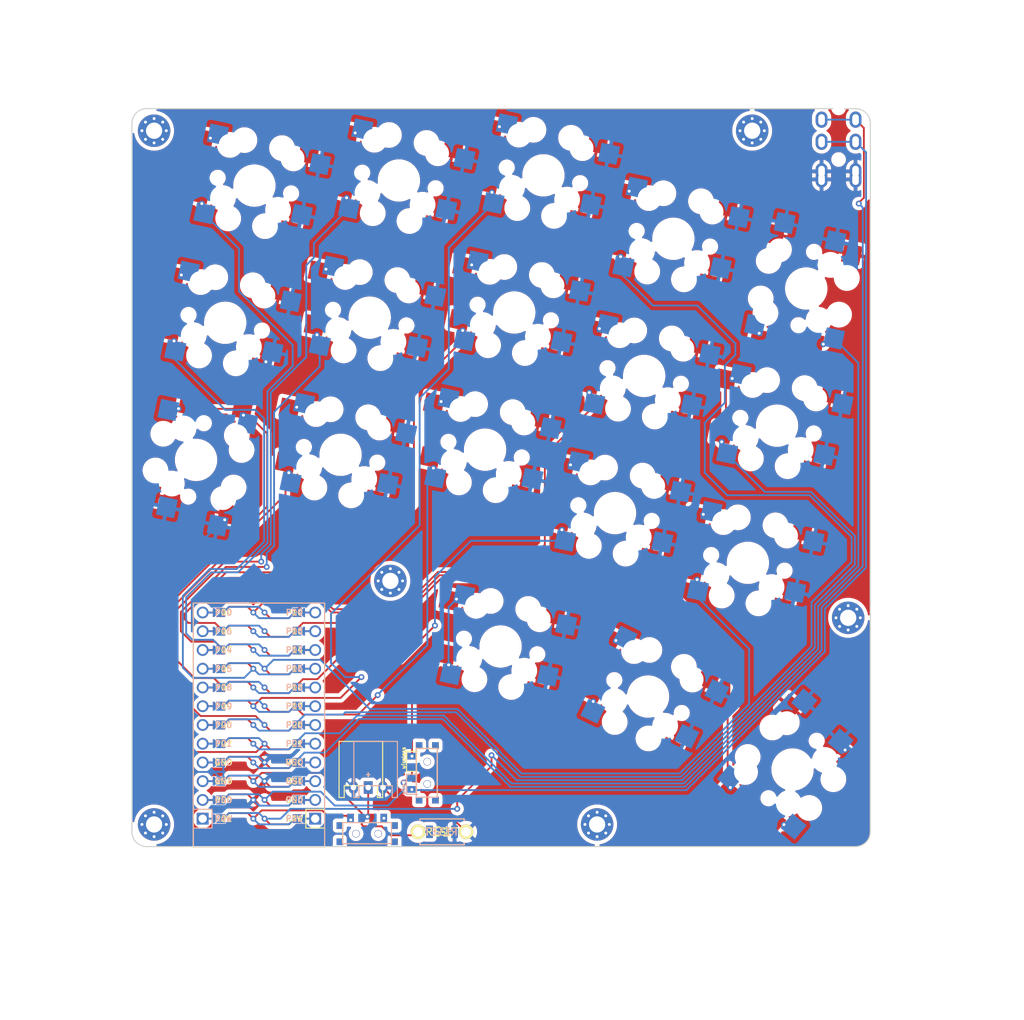
<source format=kicad_pcb>
(kicad_pcb (version 20221018) (generator pcbnew)
  (title_block (title "board") (rev "v1.0.0") (company "Unknown"))
  (layers (0 "F.Cu" signal) (31 "B.Cu" signal) (34 "B.Paste" user) (35 "F.Paste" user) (36 "B.SilkS" user "B.Silkscreen") (37 "F.SilkS" user "F.Silkscreen") (38 "B.Mask" user) (39 "F.Mask" user) (44 "Edge.Cuts" user))
  (net 0 "")
  (net 1 "/GND")
  (net 2 "/RST")
  (net 3 "/Bplus")
  (net 4 "/RAW")
  (net 5 "/VCC")
  (net 6 "/matrix_inner_top")
  (net 7 "/matrix_index_top")
  (net 8 "/matrix_middle_top")
  (net 9 "/matrix_ring_top")
  (net 10 "/matrix_pinky_home")
  (net 11 "/matrix_ring_home")
  (net 12 "/matrix_middle_home")
  (net 13 "/matrix_index_home")
  (net 14 "/thumb_reachy")
  (net 15 "/thumb_tucky")
  (net 16 "/matrix_pinky_top")
  (net 17 "/matrix_inner_bottom")
  (net 18 "/matrix_index_bottom")
  (net 19 "/matrix_middle_bottom")
  (net 20 "/matrix_ring_bottom")
  (net 21 "/matrix_pinky_bottom")
  (net 22 "/P0")
  (net 23 "/matrix_inner_home")
  (net 24 "/thumb_inner")
  (net 25 "unconnected-(T1-C-Pad3)")
  (net 26 "/trrs_data")
  (footprint "E73:SPDT_C128955" (layer "F.Cu") (at 100.19 169.25 180)
    (fp_text reference "T1" hide)
    (fp_text value "~" hide)
  )
  (footprint "kbd:ResetSW" (layer "F.Cu") (at 110.34 169 180)
    (fp_text reference "B1" hide)
    (fp_text value "~")
  )
  (footprint "MountingHole_2.2mm_M2_Pad_Via" (layer "F.Cu") (at 103.34 135)
    (fp_text reference "HOLE5" hide)
    (fp_text value "")
  )
  (footprint "key-switches" (layer "F.Cu") (at 96.595976 117.91005 -12)
    (fp_text reference "SW4" hide)
    (fp_text value "~" hide)
  )
  (footprint "MountingHole_2.2mm_M2_Pad_Via" (layer "F.Cu") (at 152.34 74)
    (fp_text reference "HOLE2" hide)
    (fp_text value "")
  )
  (footprint "key-switches" (layer "F.Cu") (at 100.546298 99.325246 -12)
    (fp_text reference "SW5" hide)
    (fp_text value "~" hide)
  )
  (footprint "key-switches" (layer "F.Cu") (at 159.658485 95.379128 78)
    (fp_text reference "SW15" hide)
    (fp_text value "~" hide)
  )
  (footprint "key-switches" (layer "F.Cu") (at 84.924235 81.43632 -12)
    (fp_text reference "SW3" hide)
    (fp_text value "~" hide)
  )
  (footprint "key-switches" (layer "F.Cu") (at 124.069005 80.044562 -12)
    (fp_text reference "SW9" hide)
    (fp_text value "~" hide)
  )
  (footprint "key-switches" (layer "F.Cu") (at 104.49662 80.740441 -12)
    (fp_text reference "SW6" hide)
    (fp_text value "~" hide)
  )
  (footprint "MountingHole_2.2mm_M2_Pad_Via" (layer "F.Cu") (at 71.34 74)
    (fp_text reference "HOLE1" hide)
    (fp_text value "")
  )
  (footprint "key-switches" (layer "F.Cu") (at 116.168361 117.214171 -12)
    (fp_text reference "SW7" hide)
    (fp_text value "~" hide)
  )
  (footprint "key-switches" (layer "F.Cu") (at 80.973913 100.021125 -12)
    (fp_text reference "SW2" hide)
    (fp_text value "~" hide)
  )
  (footprint "key-switches" (layer "F.Cu") (at 137.715907 107.22589 -12)
    (fp_text reference "SW11" hide)
    (fp_text value "~" hide)
  )
  (footprint "key-switches" (layer "F.Cu") (at 141.666229 88.641086 -12)
    (fp_text reference "SW12" hide)
    (fp_text value "~" hide)
  )
  (footprint "key-switches" (layer "F.Cu") (at 155.708163 113.963933 -12)
    (fp_text reference "SW14" hide)
    (fp_text value "~" hide)
  )
  (footprint "key-switches" (layer "F.Cu") (at 157.809498 160.554513 50)
    (fp_text reference "SW18" hide)
    (fp_text value "~" hide)
  )
  (footprint "key-switches" (layer "F.Cu") (at 120.118683 98.629367 -12)
    (fp_text reference "SW8" hide)
    (fp_text value "~" hide)
  )
  (footprint "Button_Switch_SMD:SW_SPST_B3U-1000P" (layer "F.Cu") (at 110.34 169 180)
    (fp_text reference "S1")
    (fp_text value "~")
  )
  (footprint "TRRS-PJ-320A-dual" (layer "F.Cu") (at 166.34 69.3)
    (fp_text reference "TRRS1")
    (fp_text value "TRRS-PJ-320A-dual")
  )
  (footprint "key-switches" (layer "F.Cu") (at 151.757841 132.548737 -12)
    (fp_text reference "SW13" hide)
    (fp_text value "~" hide)
  )
  (footprint "MountingHole_2.2mm_M2_Pad_Via" (layer "F.Cu") (at 71.34 168)
    (fp_text reference "HOLE6" hide)
    (fp_text value "")
  )
  (footprint "E73:SPDT_C128955" (layer "F.Cu") (at 108.34 161 -90)
    (fp_text reference "T2" hide)
    (fp_text value "~" hide)
  )
  (footprint "JST_PH_S2B-PH-K_02x2.00mm_Angled" (layer "F.Cu") (at 100.34 163 180)
    (fp_text reference "JST1" hide)
    (fp_text value "~" hide)
  )
  (footprint "key-switches" (layer "F.Cu") (at 138.235917 150.667146 -26)
    (fp_text reference "SW17" hide)
    (fp_text value "~" hide)
  )
  (footprint "key-switches" (layer "F.Cu") (at 77.023591 118.605929 -102)
    (fp_text reference "SW1" hide)
    (fp_text value "~" hide)
  )
  (footprint "MountingHole_2.2mm_M2_Pad_Via" (layer "F.Cu") (at 165.34 140)
    (fp_text reference "HOLE3" hide)
    (fp_text value "")
  )
  (footprint "MountingHole_2.2mm_M2_Pad_Via" (layer "F.Cu") (at 131.34 168)
    (fp_text reference "HOLE4" hide)
    (fp_text value "")
  )
  (footprint "ProMicro" (layer "F.Cu") (at 85.54 153.25 90)
    (fp_text reference "MCU1" hide)
    (fp_text value "~" hide)
  )
  (footprint "key-switches" (layer "F.Cu") (at 118.269348 143.883786 -12)
    (fp_text reference "SW16" hide)
    (fp_text value "~" hide)
  )
  (footprint "key-switches" (layer "F.Cu") (at 133.765585 125.810694 -12)
    (fp_text reference "SW10" hide)
    (fp_text value "~" hide)
  )
  (gr_line (start 168.34 73) (end 168.34 169) (stroke (width 0.15)) (layer "Edge.Cuts"))
  (gr_line (start 68.34 169) (end 68.34 73) (stroke (width 0.15)) (layer "Edge.Cuts"))
  (gr_arc (start 166.34 71) (mid 167.754214 71.585786) (end 168.34 73) (stroke (width 0.15)) (layer "Edge.Cuts"))
  (gr_arc (start 70.34 171) (mid 68.925786 170.414214) (end 68.34 169) (stroke (width 0.15)) (layer "Edge.Cuts"))
  (gr_arc (start 168.34 169) (mid 167.754214 170.414214) (end 166.34 171) (stroke (width 0.15)) (layer "Edge.Cuts"))
  (gr_line (start 70.34 71) (end 166.34 71) (stroke (width 0.15)) (layer "Edge.Cuts"))
  (gr_line (start 166.34 171) (end 70.34 171) (stroke (width 0.15)) (layer "Edge.Cuts"))
  (gr_arc (start 68.34 73) (mid 68.925786 71.585786) (end 70.34 71) (stroke (width 0.15)) (layer "Edge.Cuts"))
  (gr_text "口" (at 106.34 162.5 90) (layer "B.SilkS") (effects (font (size 1.5 2.2))))
  (gr_text "wired" (at 105.14 163 90) (layer "B.SilkS") (effects (font (size 0.5 0.5))))
  (gr_text "口" (at 106.34 159.4 90) (layer "F.SilkS") (effects (font (size 1.5 2.2))))
  (gr_text "wireless" (at 105.14 159 90) (layer "F.SilkS") (effects (font (size 0.5 0.5))))
  (segment (start 141.259746 159.184737) (end 141.259746 157.793984) (width 0.25) (layer "F.Cu") (net 1))
  (segment (start 165.456169 159.344642) (end 165.456169 158.445769) (width 0.25) (layer "F.Cu") (net 1))
  (segment (start 69.1642 121.588295) (end 70.839981 123.264076) (width 0.25) (layer "F.Cu") (net 1))
  (segment (start 158.765791 169.719809) (end 151.794818 169.719809) (width 0.25) (layer "F.Cu") (net 1))
  (segment (start 122.927495 150.067396) (end 122.927495 159.662505) (width 0.25) (layer "F.Cu") (net 1))
  (segment (start 86.302 162.14) (end 86.302 163.156) (width 0.25) (layer "F.Cu") (net 1))
  (segment (start 165.456169 163.029431) (end 158.765791 169.719809) (width 0.25) (layer "F.Cu") (net 1))
  (segment (start 85.63206 106.16334) (end 86.487 105.3084) (width 0.25) (layer "F.Cu") (net 1))
  (segment (start 105.815 166.475) (end 102.34 163) (width 0.25) (layer "F.Cu") (net 1))
  (segment (start 83.404195 108.4326) (end 73.6092 108.4326) (width 0.25) (layer "F.Cu") (net 1))
  (segment (start 85.63206 106.204735) (end 83.404195 108.4326) (width 0.25) (layer "F.Cu") (net 1))
  (segment (start 69.1642 112.8776) (end 69.1642 121.588295) (width 0.25) (layer "F.Cu") (net 1))
  (segment (start 165.456169 159.344642) (end 165.456169 163.029431) (width 0.25) (layer "F.Cu") (net 1))
  (segment (start 113.59 169) (end 111.065 166.475) (width 0.25) (layer "F.Cu") (net 1))
  (segment (start 86.302 163.156) (end 84.778 164.68) (width 0.25) (layer "F.Cu") (net 1))
  (segment (start 122.927495 159.662505) (end 113.59 169) (width 0.25) (layer "F.Cu") (net 1))
  (segment (start 165.456169 158.445769) (end 164.9222 157.9118) (width 0.25) (layer "F.Cu") (net 1))
  (segment (start 151.794818 169.719809) (end 141.259746 159.184737) (width 0.25) (layer "F.Cu") (net 1))
  (segment (start 111.065 166.475) (end 105.815 166.475) (width 0.25) (layer "F.Cu") (net 1))
  (segment (start 73.6092 108.4326) (end 69.1642 112.8776) (width 0.25) (layer "F.Cu") (net 1))
  (segment (start 85.63206 106.204735) (end 85.63206 106.16334) (width 0.25) (layer "F.Cu") (net 1))
  (via (at 164.9222 157.9118) (size 0.8) (drill 0.4) (layers "F.Cu" "B.Cu") (net 1))
  (via (at 86.487 105.3084) (size 0.8) (drill 0.4) (layers "F.Cu" "B.Cu") (net 1))
  (via (at 80.899 126.7206) (size 0.8) (drill 0.4) (layers "F.Cu" "B.Cu") (net 1))
  (segment (start 87.427 161.015) (end 86.302 162.14) (width 0.25) (layer "B.Cu") (net 1))
  (segment (start 74.5236 132.900054) (end 79.941998 127.481656) (width 0.25) (layer "B.Cu") (net 1))
  (segment (start 74.5236 159.004) (end 74.5236 132.900054) (width 0.25) (layer "B.Cu") (net 1))
  (segment (start 80.714 162.14) (end 79.4576 160.8836) (width 0.25) (layer "B.Cu") (net 1))
  (segment (start 164.9222 157.9118) (end 164.9222 157.372568) (width 0.25) (layer "B.Cu") (net 1))
  (segment (start 96.355 161.015) (end 87.427 161.015) (width 0.25) (layer "B.Cu") (net 1))
  (segment (start 79.4576 160.8836) (end 76.4032 160.8836) (width 0.25) (layer "B.Cu") (net 1))
  (segment (start 80.714 162.14) (end 80.714 159.6) (width 0.25) (layer "B.Cu") (net 1))
  (segment (start 76.4032 160.8836) (end 74.5236 159.004) (width 0.25) (layer "B.Cu") (net 1))
  (segment (start 87.375993 103.978674) (end 87.375993 104.419407) (width 0.25) (layer "B.Cu") (net 1))
  (segment (start 98.34 163) (end 96.355 161.015) (width 0.25) (layer "B.Cu") (net 1))
  (segment (start 164.9222 157.372568) (end 164.309401 156.759769) (width 0.25) (layer "B.Cu") (net 1))
  (segment (start 87.375993 104.419407) (end 86.487 105.3084) (width 0.25) (layer "B.Cu") (net 1))
  (segment (start 84.778 162.14) (end 85.903 161.015) (width 0.25) (layer "F.Cu") (net 2))
  (segment (start 102.1588 168.2496) (end 103.378 169.4688) (width 0.25) (layer "F.Cu") (net 2))
  (segment (start 108.64 169) (end 107.09 169) (width 0.25) (layer "F.Cu") (net 2))
  (segment (start 99.4664 168.021) (end 99.695 168.2496) (width 0.25) (layer "F.Cu") (net 2))
  (segment (start 99.695 168.2496) (end 102.1588 168.2496) (width 0.25) (layer "F.Cu") (net 2))
  (segment (start 94.0098 161.015) (end 99.4664 166.4716) (width 0.25) (layer "F.Cu") (net 2))
  (segment (start 106.6212 169.4688) (end 107.09 169) (width 0.25) (layer "F.Cu") (net 2))
  (segment (start 99.4664 166.4716) (end 99.4664 168.021) (width 0.25) (layer "F.Cu") (net 2))
  (segment (start 103.378 169.4688) (end 106.6212 169.4688) (width 0.25) (layer "F.Cu") (net 2))
  (segment (start 85.903 161.015) (end 94.0098 161.015) (width 0.25) (layer "F.Cu") (net 2))
  (segment (start 108.64 169) (end 107.09 169) (width 0.25) (layer "B.Cu") (net 2))
  (segment (start 100.34 166.825) (end 100.2284 166.7134) (width 0.25) (layer "F.Cu") (net 3))
  (segment (start 100.2284 166.7134) (end 100.2284 166.9542) (width 0.25) (layer "F.Cu") (net 3))
  (segment (start 100.2284 166.9542) (end 100.4692 166.9542) (width 0.25) (layer "F.Cu") (net 3))
  (segment (start 100.4692 166.9542) (end 100.94 167.425) (width 0.25) (layer "F.Cu") (net 3))
  (segment (start 100.34 163) (end 100.34 166.825) (width 0.25) (layer "F.Cu") (net 3))
  (via (at 100.2284 166.9542) (size 0.8) (drill 0.4) (layers "F.Cu" "B.Cu") (net 3))
  (segment (start 99.7576 167.425) (end 100.2284 166.9542) (width 0.25) (layer "B.Cu") (net 3))
  (segment (start 99.44 167.425) (end 99.7576 167.425) (width 0.25) (layer "B.Cu") (net 3))
  (segment (start 94.82682 166.8272) (end 94.09462 166.095) (width 0.25) (layer "F.Cu") (net 4))
  (segment (start 97.409 166.8272) (end 94.82682 166.8272) (width 0.25) (layer "F.Cu") (net 4))
  (segment (start 85.903 166.095) (end 84.778 167.22) (width 0.25) (layer "F.Cu") (net 4))
  (segment (start 97.9678 167.386) (end 97.409 166.8272) (width 0.25) (layer "F.Cu") (net 4))
  (segment (start 94.09462 166.095) (end 85.903 166.095) (width 0.25) (layer "F.Cu") (net 4))
  (via (at 97.9678 167.386) (size 0.8) (drill 0.4) (layers "F.Cu" "B.Cu") (net 4))
  (segment (start 167.465 83.0806) (end 166.7764 83.7692) (width 0.25) (layer "F.Cu") (net 5))
  (segment (start 166.6748 83.8708) (end 166.7002 83.8454) (width 0.25) (layer "F.Cu") (net 5))
  (segment (start 166.34 72.5) (end 167.465 73.625) (width 0.25) (layer "F.Cu") (net 5))
  (segment (start 166.7764 83.7692) (end 166.7764 83.8708) (width 0.25) (layer "F.Cu") (net 5))
  (segment (start 167.465 73.625) (end 167.465 83.0806) (width 0.25) (layer "F.Cu") (net 5))
  (segment (start 166.7764 83.8708) (end 166.6748 83.8708) (width 0.25) (layer "F.Cu") (net 5))
  (via (at 166.7764 83.8708) (size 0.8) (drill 0.4) (layers "F.Cu" "B.Cu") (net 5))
  (segment (start 161.729 144.415804) (end 161.729 138.599204) (width 0.25) (layer "B.Cu") (net 5))
  (segment (start 161.729 138.599204) (end 167.317 133.011204) (width 0.25) (layer "B.Cu") (net 5))
  (segment (start 91.6986 158.2674) (end 94.5134 158.2674) (width 0.25) (layer "B.Cu") (net 5))
  (segment (start 90.366 159.6) (end 91.6986 158.2674) (width 0.25) (layer "B.Cu") (net 5))
  (segment (start 167.317 84.4114) (end 166.7764 83.8708) (width 0.25) (layer "B.Cu") (net 5))
  (segment (start 143.247404 162.8974) (end 161.729 144.415804) (width 0.25) (layer "B.Cu") (net 5))
  (segment (start 110.390804 153.6992) (end 119.589004 162.8974) (width 0.25) (layer "B.Cu") (net 5))
  (segment (start 167.317 133.011204) (end 167.317 84.4114) (width 0.25) (layer "B.Cu") (net 5))
  (segment (start 99.0816 153.6992) (end 110.390804 153.6992) (width 0.25) (layer "B.Cu") (net 5))
  (segment (start 94.5134 158.2674) (end 99.0816 153.6992) (width 0.25) (layer "B.Cu") (net 5))
  (segment (start 119.589004 162.8974) (end 143.247404 162.8974) (width 0.25) (layer "B.Cu") (net 5))
  (segment (start 161.74 72.5) (end 166.34 72.5) (width 0.25) (layer "B.Cu") (net 5))
  (segment (start 161.892399 102.837399) (end 161.9758 102.9208) (width 0.25) (layer "F.Cu") (net 6))
  (segment (start 160.133012 102.300485) (end 160.669926 102.837399) (width 0.25) (layer "F.Cu") (net 6))
  (segment (start 153.382304 102.300485) (end 153.382304 101.540904) (width 0.25) (layer "F.Cu") (net 6))
  (segment (start 153.382304 102.300485) (end 160.133012 102.300485) (width 0.25) (layer "F.Cu") (net 6))
  (segment (start 153.382304 101.540904) (end 153.289 101.4476) (width 0.25) (layer "F.Cu") (net 6))
  (segment (start 160.669926 102.837399) (end 161.892399 102.837399) (width 0.25) (layer "F.Cu") (net 6))
  (via (at 161.9758 102.9208) (size 0.8) (drill 0.4) (layers "F.Cu" "B.Cu") (net 6))
  (via (at 153.289 101.4476) (size 0.8) (drill 0.4) (layers "F.Cu" "B.Cu") (net 6))
  (segment (start 98.844678 153.2492) (end 110.5772 153.2492) (width 0.25) (layer "B.Cu") (net 6))
  (segment (start 162.746942 102.149658) (end 161.9758 102.9208) (width 0.25) (layer "B.Cu") (net 6))
  (segment (start 90.366 157.06) (end 91.781 155.645) (width 0.25) (layer "B.Cu") (net 6))
  (segment (start 166.7074 105.444203) (end 163.412855 102.149658) (width 0.25) (layer "B.Cu") (net 6))
  (segment (start 163.412855 102.149658) (end 162.746942 102.149658) (width 0.25) (layer "B.Cu") (net 6))
  (segment (start 161.279 144.229408) (end 161.279 138.412808) (width 0.25) (layer "B.Cu") (net 6))
  (segment (start 119.7754 162.4474) (end 143.061008 162.4474) (width 0.25) (layer "B.Cu") (net 6))
  (segment (start 96.448878 155.645) (end 98.844678 153.2492) (width 0.25) (layer "B.Cu") (net 6))
  (segment (start 152.72949 100.321512) (end 152.72949 100.88809) (width 0.25) (layer "B.Cu") (net 6))
  (segment (start 110.5772 153.2492) (end 119.7754 162.4474) (width 0.25) (layer "B.Cu") (net 6))
  (segment (start 152.72949 100.88809) (end 153.289 101.4476) (width 0.25) (layer "B.Cu") (net 6))
  (segment (start 91.781 155.645) (end 96.448878 155.645) (width 0.25) (layer "B.Cu") (net 6))
  (segment (start 143.061008 162.4474) (end 161.279 144.229408) (width 0.25) (layer "B.Cu") (net 6))
  (segment (start 161.279 138.412808) (end 166.7074 132.984408) (width 0.25) (layer "B.Cu") (net 6))
  (segment (start 166.7074 132.984408) (end 166.7074 105.444203) (width 0.25) (layer "B.Cu") (net 6))
  (segment (start 135.516295 82.364905) (end 135.6868 82.1944) (width 0.25) (layer "F.Cu") (net 7))
  (segment (start 134.744872 89.115613) (end 134.207958 89.652527) (width 0.25) (layer "F.Cu") (net 7))
  (segment (start 134.744872 82.364905) (end 135.516295 82.364905) (width 0.25) (layer "F.Cu") (net 7))
  (segment (start 134.207958 89.652527) (end 134.207958 90.748558) (width 0.25) (layer "F.Cu") (net 7))
  (segment (start 134.744872 82.364905) (end 134.744872 89.115613) (width 0.25) (layer "F.Cu") (net 7))
  (segment (start 134.207958 90.748558) (end 134.5184 91.059) (width 0.25) (layer "F.Cu") (net 7))
  (via (at 135.6868 82.1944) (size 0.8) (drill 0.4) (layers "F.Cu" "B.Cu") (net 7))
  (via (at 134.5184 91.059) (size 0.8) (drill 0.4) (layers "F.Cu" "B.Cu") (net 7))
  (segment (start 148.9638 123.386) (end 160.1144 123.386) (width 0.25) (layer "B.Cu") (net 7))
  (segment (start 165.8074 129.079) (end 165.8074 132.462148) (width 0.25) (layer "B.Cu") (net 7))
  (segment (start 117.7682 158.322695) (end 112.244705 152.7992) (width 0.25) (layer "B.Cu") (net 7))
  (segment (start 97.2384 152.7992) (end 96.9326 153.105) (width 0.25) (layer "B.Cu") (net 7))
  (segment (start 134.895699 92.395456) (end 134.895699 93.673382) (width 0.25) (layer "B.Cu") (net 7))
  (segment (start 134.895699 92.395456) (end 134.895699 91.436299) (width 0.25) (layer "B.Cu") (net 7))
  (segment (start 134.895699 93.673382) (end 138.910717 97.6884) (width 0.25) (layer "B.Cu") (net 7))
  (segment (start 145.923 120.3452) (end 148.9638 123.386) (width 0.25) (layer "B.Cu") (net 7))
  (segment (start 148.6408 105.791) (end 148.6408 110.8456) (width 0.25) (layer "B.Cu") (net 7))
  (segment (start 138.910717 97.6884) (end 144.907 97.6884) (width 0.25) (layer "B.Cu") (net 7))
  (segment (start 117.7682 158.3828) (end 117.7682 158.322695) (width 0.25) (layer "B.Cu") (net 7))
  (segment (start 134.895699 91.436299) (end 134.5184 91.059) (width 0.25) (layer "B.Cu") (net 7))
  (segment (start 165.8074 132.462148) (end 160.3756 137.893949) (width 0.25) (layer "B.Cu") (net 7))
  (segment (start 144.907 97.6884) (end 150.0632 102.8446) (width 0.25) (layer "B.Cu") (net 7))
  (segment (start 112.244705 152.7992) (end 97.2384 152.7992) (width 0.25) (layer "B.Cu") (net 7))
  (segment (start 145.923 113.5634) (end 145.923 120.3452) (width 0.25) (layer "B.Cu") (net 7))
  (segment (start 120.9328 161.5474) (end 117.7682 158.3828) (width 0.25) (layer "B.Cu") (net 7))
  (segment (start 142.688216 161.5474) (end 120.9328 161.5474) (width 0.25) (layer "B.Cu") (net 7))
  (segment (start 148.6408 110.8456) (end 145.923 113.5634) (width 0.25) (layer "B.Cu") (net 7))
  (segment (start 160.3756 137.893949) (end 160.3756 143.860016) (width 0.25) (layer "B.Cu") (net 7))
  (segment (start 150.0632 104.3686) (end 148.6408 105.791) (width 0.25) (layer "B.Cu") (net 7))
  (segment (start 96.9326 153.105) (end 91.781 153.105) (width 0.25) (layer "B.Cu") (net 7))
  (segment (start 150.0632 102.8446) (end 150.0632 104.3686) (width 0.25) (layer "B.Cu") (net 7))
  (segment (start 160.1144 123.386) (end 165.8074 129.079) (width 0.25) (layer "B.Cu") (net 7))
  (segment (start 160.3756 143.860016) (end 142.688216 161.5474) (width 0.25) (layer "B.Cu") (net 7))
  (segment (start 91.781 153.105) (end 90.366 154.52) (width 0.25) (layer "B.Cu") (net 7))
  (segment (start 136.169109 81.712091) (end 135.6868 82.1944) (width 0.25) (layer "B.Cu") (net 7))
  (segment (start 136.723845 81.712091) (end 136.169109 81.712091) (width 0.25) (layer "B.Cu") (net 7))
  (segment (start 117.798419 73.768381) (end 118.11 73.4568) (width 0.25) (layer "F.Cu") (net 8))
  (segment (start 116.610734 81.056003) (end 116.610734 81.863534) (width 0.25) (layer "F.Cu") (net 8))
  (segment (start 99.4156 148.0312) (end 96.5918 150.855) (width 0.25) (layer "F.Cu") (net 8))
  (segment (start 116.610734 81.863534) (end 117.094 82.3468) (width 0.25) (layer "F.Cu") (net 8))
  (segment (start 96.5918 150.855) (end 85.903 150.855) (width 0.25) (layer "F.Cu") (net 8))
  (segment (start 117.147648 73.768381) (end 117.798419 73.768381) (width 0.25) (layer "F.Cu") (net 8))
  (segment (start 117.147648 73.768381) (end 117.147648 80.519089) (width 0.25) (layer "F.Cu") (net 8))
  (segment (start 117.147648 80.519089) (end 116.610734 81.056003) (width 0.25) (layer "F.Cu") (net 8))
  (segment (start 85.903 150.855) (end 84.778 151.98) (width 0.25) (layer "F.Cu") (net 8))
  (via (at 118.11 73.4568) (size 0.8) (drill 0.4) (layers "F.Cu" "B.Cu") (net 8))
  (via (at 99.4156 148.0312) (size 0.8) (drill 0.4) (layers "F.Cu" "B.Cu") (net 8))
  (via (at 117.094 82.3468) (size 0.8) (drill 0.4) (layers "F.Cu" "B.Cu") (net 8))
  (segment (start 95.3008 146.1262) (end 97.2058 148.0312) (width 0.25) (layer "B.Cu") (net 8))
  (segment (start 97.2058 148.0312) (end 99.4156 148.0312) (width 0.25) (layer "B.Cu") (net 8))
  (segment (start 95.3008 139.46831) (end 95.3008 146.1262) (width 0.25) (layer "B.Cu") (net 8))
  (segment (start 118.451233 73.115567) (end 118.11 73.4568) (width 0.25) (layer "B.Cu") (net 8))
  (segment (start 117.298475 82.551275) (end 117.094 82.3468) (width 0.25) (layer "B.Cu") (net 8))
  (segment (start 119.126621 73.115567) (end 118.451233 73.115567) (width 0.25) (layer "B.Cu") (net 8))
  (segment (start 111.254053 89.843354) (end 111.254053 106.274651) (width 0.25) (layer "B.Cu") (net 8))
  (segment (start 111.254053 106.274651) (end 107.303731 110.224973) (width 0.25) (layer "B.Cu") (net 8))
  (segment (start 117.298475 83.798932) (end 111.254053 89.843354) (width 0.25) (layer "B.Cu") (net 8))
  (segment (start 107.303731 127.465379) (end 95.3008 139.46831) (width 0.25) (layer "B.Cu") (net 8))
  (segment (start 107.303731 110.224973) (end 107.303731 127.465379) (width 0.25) (layer "B.Cu") (net 8))
  (segment (start 117.298475 83.798932) (end 117.298475 82.551275) (width 0.25) (layer "B.Cu") (net 8))
  (segment (start 97.038349 81.751882) (end 97.038349 82.712749) (width 0.25) (layer "F.Cu") (net 9))
  (segment (start 76.8096 148.1582) (end 79.4322 148.1582) (width 0.25) (layer "F.Cu") (net 9))
  (segment (start 97.038349 82.712749) (end 97.409 83.0834) (width 0.25) (layer "F.Cu") (net 9))
  (segment (start 97.575263 74.46426) (end 98.40814 74.46426) (width 0.25) (layer "F.Cu") (net 9))
  (segment (start 80.9256 132.3836) (end 74.3712 138.938) (width 0.25) (layer "F.Cu") (net 9))
  (segment (start 74.3712 138.938) (end 74.3712 145.7198) (width 0.25) (layer "F.Cu") (net 9))
  (segment (start 97.575263 74.46426) (end 97.575263 81.214968) (width 0.25) (layer "F.Cu") (net 9))
  (segment (start 74.3712 145.7198) (end 76.8096 148.1582) (width 0.25) (layer "F.Cu") (net 9))
  (segment (start 97.575263 81.214968) (end 97.038349 81.751882) (width 0.25) (layer "F.Cu") (net 9))
  (segment (start 79.4322 148.1582) (end 80.714 149.44) (width 0.25) (layer "F.Cu") (net 9))
  (segment (start 98.40814 74.46426) (end 98.5774 74.295) (width 0.25) (layer "F.Cu") (net 9))
  (segment (start 85.852 132.3836) (end 80.9256 132.3836) (width 0.25) (layer "F.Cu") (net 9))
  (via (at 98.5774 74.295) (size 0.8) (drill 0.4) (layers "F.Cu" "B.Cu") (net 9))
  (via (at 85.852 132.3836) (size 0.8) (drill 0.4) (layers "F.Cu" "B.Cu") (net 9))
  (via (at 97.409 83.0834) (size 0.8) (drill 0.4) (layers "F.Cu" "B.Cu") (net 9))
  (segment (start 85.852 131.342004) (end 87.1402 130.053804) (width 0.25) (layer "B.Cu") (net 9))
  (segment (start 92.9894 89.231501) (end 97.72609 84.494811) (width 0.25) (layer "B.Cu") (net 9))
  (segment (start 91.94374 92.23166) (end 92.9894 91.186) (width 0.25) (layer "B.Cu") (net 9))
  (segment (start 97.72609 83.40049) (end 97.409 83.0834) (width 0.25) (layer "B.Cu") (net 9))
  (segment (start 87.1402 109.482596) (end 91.94374 104.679056) (width 0.25) (layer "B.Cu") (net 9))
  (segment (start 99.554236 73.811446) (end 99.060954 73.811446) (width 0.25) (layer "B.Cu") (net 9))
  (segment (start 97.72609 84.494811) (end 97.72609 83.40049) (width 0.25) (layer "B.Cu") (net 9))
  (segment (start 92.9894 91.186) (end 92.9894 89.231501) (width 0.25) (layer "B.Cu") (net 9))
  (segment (start 91.94374 104.679056) (end 91.94374 92.23166) (width 0.25) (layer "B.Cu") (net 9))
  (segment (start 85.852 132.3836) (end 85.852 131.342004) (width 0.25) (layer "B.Cu") (net 9))
  (segment (start 99.060954 73.811446) (end 98.5774 74.295) (width 0.25) (layer "B.Cu") (net 9))
  (segment (start 87.1402 130.053804) (end 87.1402 109.482596) (width 0.25) (layer "B.Cu") (net 9))
  (segment (start 74.834856 93.744944) (end 75.0316 93.5482) (width 0.25) (layer "F.Cu") (net 10))
  (segment (start 73.515642 101.032566) (end 73.515642 101.963642) (width 0.25) (layer "F.Cu") (net 10))
  (segment (start 74.052556 93.744944) (end 74.834856 93.744944) (width 0.25) (layer "F.Cu") (net 10))
  (segment (start 73.515642 101.963642) (end 74.041 102.489) (width 0.25) (layer "F.Cu") (net 10))
  (segment (start 74.052556 93.744944) (end 74.052556 100.495652) (width 0.25) (layer "F.Cu") (net 10))
  (segment (start 74.052556 100.495652) (end 73.515642 101.032566) (width 0.25) (layer "F.Cu") (net 10))
  (via (at 75.0316 93.5482) (size 0.8) (drill 0.4) (layers "F.Cu" "B.Cu") (net 10))
  (via (at 74.041 102.489) (size 0.8) (drill 0.4) (layers "F.Cu" "B.Cu") (net 10))
  (segment (start 75.2348 146.7612) (end 76.6064 148.1328) (width 0.25) (layer "B.Cu") (net 10))
  (segment (start 78.87737 133.39043) (end 75.2348 137.033) (width 0.25) (layer "B.Cu") (net 10))
  (segment (start 76.6064 148.1328) (end 83.5452 148.1328) (width 0.25) (layer "B.Cu") (net 10))
  (segment (start 85.046083 111.8224) (end 86.2402 113.016517) (width 0.25) (layer "B.Cu") (net 10))
  (segment (start 75.2348 137.033) (end 75.2348 146.7612) (width 0.25) (layer "B.Cu") (net 10))
  (segment (start 80.972362 111.8224) (end 85.046083 111.8224) (width 0.25) (layer "B.Cu") (net 10))
  (segment (start 86.2402 113.016517) (end 86.2402 129.681012) (width 0.25) (layer "B.Cu") (net 10))
  (segment (start 74.203383 102.651383) (end 74.041 102.489) (width 0.25) (layer "B.Cu") (net 10))
  (segment (start 82.530782 133.39043) (end 78.87737 133.39043) (width 0.25) (layer "B.Cu") (net 10))
  (segment (start 74.203383 103.775495) (end 74.203383 105.053421) (width 0.25) (layer "B.Cu") (net 10))
  (segment (start 74.203383 105.053421) (end 80.972362 111.8224) (width 0.25) (layer "B.Cu") (net 10))
  (segment (start 86.2402 129.681012) (end 82.530782 133.39043) (width 0.25) (layer "B.Cu") (net 10))
  (segment (start 83.5452 148.1328) (end 84.778 146.9) (width 0.25) (layer "B.Cu") (net 10))
  (segment (start 75.48767 93.09213) (end 75.0316 93.5482) (width 0.25) (layer "B.Cu") (net 10))
  (segment (start 74.203383 103.775495) (end 74.203383 102.651383) (width 0.25) (layer "B.Cu") (net 10))
  (segment (start 76.031529 93.09213) (end 75.48767 93.09213) (width 0.25) (layer "B.Cu") (net 10))
  (segment (start 93.624941 99.799773) (end 93.088027 100.336687) (width 0.25) (layer "F.Cu") (net 11))
  (segment (start 93.088027 101.343027) (end 93.3958 101.6508) (width 0.25) (layer "F.Cu") (net 11))
  (segment (start 94.326735 93.049065) (end 94.615 92.7608) (width 0.25) (layer "F.Cu") (net 11))
  (segment (start 74.9554 139.2174) (end 74.9554 141.8082) (width 0.25) (layer "F.Cu") (net 11))
  (segment (start 86.5886 133.1081) (end 81.0647 133.1081) (width 0.25) (layer "F.Cu") (net 11))
  (segment (start 93.088027 100.336687) (end 93.088027 101.343027) (width 0.25) (layer "F.Cu") (net 11))
  (segment (start 93.624941 93.049065) (end 94.326735 93.049065) (width 0.25) (layer "F.Cu") (net 11))
  (segment (start 76.3822 143.235) (end 79.589 143.235) (width 0.25) (layer "F.Cu") (net 11))
  (segment (start 93.624941 93.049065) (end 93.624941 99.799773) (width 0.25) (layer "F.Cu") (net 11))
  (segment (start 79.589 143.235) (end 80.714 144.36) (width 0.25) (layer "F.Cu") (net 11))
  (segment (start 74.9554 141.8082) (end 76.3822 143.235) (width 0.25) (layer "F.Cu") (net 11))
  (segment (start 81.0647 133.1081) (end 74.9554 139.2174) (width 0.25) (layer "F.Cu") (net 11))
  (via (at 94.615 92.7608) (size 0.8) (drill 0.4) (layers "F.Cu" "B.Cu") (net 11))
  (via (at 93.3958 101.6508) (size 0.8) (drill 0.4) (layers "F.Cu" "B.Cu") (net 11))
  (via (at 86.5886 133.1081) (size 0.8) (drill 0.4) (layers "F.Cu" "B.Cu") (net 11))
  (segment (start 93.775768 102.030768) (end 93.3958 101.6508) (width 0.25) (layer "B.Cu") (net 11))
  (segment (start 93.775768 103.079616) (end 93.775768 102.030768) (width 0.25) (layer "B.Cu") (net 11))
  (segment (start 94.979549 92.396251) (end 94.615 92.7608) (width 0.25) (layer "B.Cu") (net 11))
  (segment (start 93.775768 105.924237) (end 93.775768 103.079616) (width 0.25) (layer "B.Cu") (net 11))
  (segment (start 87.5902 130.2402) (end 87.5902 112.109805) (width 0.25) (layer "B.Cu") (net 11))
  (segment (start 95.603914 92.396251) (end 94.979549 92.396251) (width 0.25) (layer "B.Cu") (net 11))
  (segment (start 86.5886 133.1081) (end 86.5886 131.2418) (width 0.25) (layer "B.Cu") (net 11))
  (segment (start 86.5886 131.2418) (end 87.5902 130.2402) (width 0.25) (layer "B.Cu") (net 11))
  (segment (start 87.5902 112.109805) (end 93.775768 105.924237) (width 0.25) (layer "B.Cu") (net 11))
  (segment (start 112.660412 102.858588) (end 106.5276 108.9914) (width 0.25) (layer "F.Cu") (net 12))
  (segment (start 106.5276 108.9914) (end 106.5276 124.6886) (width 0.25) (layer "F.Cu") (net 12))
  (segment (start 106.5276 124.6886) (end 97.3836 133.8326) (width 0.25) (layer "F.Cu") (net 12))
  (segment (start 75.449 139.4858) (end 75.449 140.1682) (width 0.25) (layer "F.Cu") (net 12))
  (segment (start 113.197326 99.103894) (end 112.660412 99.640808) (width 0.25) (layer "F.Cu") (net 12))
  (segment (start 113.197326 92.353186) (end 114.174214 92.353186) (width 0.25) (layer "F.Cu") (net 12))
  (segment (start 114.174214 92.353186) (end 114.3508 92.1766) (width 0.25) (layer "F.Cu") (net 12))
  (segment (start 112.660412 99.640808) (end 112.660412 102.858588) (width 0.25) (layer "F.Cu") (net 12))
  (segment (start 112.660412 99.640808) (end 112.660412 100.595412) (width 0.25) (layer "F.Cu") (net 12))
  (segment (start 97.3836 133.8326) (end 81.1022 133.8326) (width 0.25) (layer "F.Cu") (net 12))
  (segment (start 81.1022 133.8326) (end 75.449 139.4858) (width 0.25) (layer "F.Cu") (net 12))
  (segment (start 113.197326 92.353186) (end 113.197326 99.103894) (width 0.25) (layer "F.Cu") (net 12))
  (segment (start 75.449 140.1682) (end 75.9758 140.695) (width 0.25) (layer "F.Cu") (net 12))
  (segment (start 79.589 140.695) (end 80.714 141.82) (width 0.25) (layer "F.Cu") (net 12))
  (segment (start 75.9758 140.695) (end 79.589 140.695) (width 0.25) (layer "F.Cu") (net 12))
  (segment (start 112.660412 100.595412) (end 113.1316 101.0666) (width 0.25) (layer "F.Cu") (net 12))
  (via (at 113.1316 101.0666) (size 0.8) (drill 0.4) (layers "F.Cu" "B.Cu") (net 12))
  (via (at 114.3508 92.1766) (size 0.8) (drill 0.4) (layers "F.Cu" "B.Cu") (net 12))
  (segment (start 114.827028 91.700372) (end 114.3508 92.1766) (width 0.25) (layer "B.Cu") (net 12))
  (segment (start 115.176299 91.700372) (end 114.827028 91.700372) (width 0.25) (layer "B.Cu") (net 12))
  (segment (start 113.348153 102.383737) (end 113.348153 101.283153) (width 0.25) (layer "B.Cu") (net 12))
  (segment (start 113.348153 101.283153) (end 113.1316 101.0666) (width 0.25) (layer "B.Cu") (net 12))
  (segment (start 104.754604 138.83) (end 95.5738 138.83) (width 0.25) (layer "F.Cu") (net 13))
  (segment (start 130.79455 107.700417) (end 130.257636 108.237331) (width 0.25) (layer "F.Cu") (net 13))
  (segment (start 130.257636 109.455036) (end 130.2766 109.474) (width 0.25) (layer "F.Cu") (net 13))
  (segment (start 109.795604 133.789) (end 104.754604 138.83) (width 0.25) (layer "F.Cu") (net 13))
  (segment (start 130.79455 100.949709) (end 130.79455 107.700417) (width 0.25) (layer "F.Cu") (net 13))
  (segment (start 94.0054 137.2616) (end 86.7964 137.2616) (width 0.25) (layer "F.Cu") (net 13))
  (segment (start 130.2766 111.9378) (end 124.2568 117.9576) (width 0.25) (layer "F.Cu") (net 13))
  (segment (start 131.511091 100.949709) (end 131.6482 100.8126) (width 0.25) (layer "F.Cu") (net 13))
  (segment (start 124.2568 130.0988) (end 120.5666 133.789) (width 0.25) (layer "F.Cu") (net 13))
  (segment (start 130.2766 109.474) (end 130.2766 111.9378) (width 0.25) (layer "F.Cu") (net 13))
  (segment (start 124.2568 117.9576) (end 124.2568 130.0988) (width 0.25) (layer "F.Cu") (net 13))
  (segment (start 95.5738 138.83) (end 94.0054 137.2616) (width 0.25) (layer "F.Cu") (net 13))
  (segment (start 130.257636 108.237331) (end 130.257636 109.455036) (width 0.25) (layer "F.Cu") (net 13))
  (segment (start 120.5666 133.789) (end 109.795604 133.789) (width 0.25) (layer "F.Cu") (net 13))
  (segment (start 130.79455 100.949709) (end 131.511091 100.949709) (width 0.25) (layer "F.Cu") (net 13))
  (segment (start 86.7964 137.2616) (end 84.778 139.28) (width 0.25) (layer "F.Cu") (net 13))
  (via (at 130.2766 109.474) (size 0.8) (drill 0.4) (layers "F.Cu" "B.Cu") (net 13))
  (via (at 131.6482 100.8126) (size 0.8) (drill 0.4) (layers "F.Cu" "B.Cu") (net 13))
  (segment (start 132.773523 100.296895) (end 132.163905 100.296895) (width 0.25) (layer "B.Cu") (net 13))
  (segment (start 130.945377 110.142777) (end 130.2766 109.474) (width 0.25) (layer "B.Cu") (net 13))
  (segment (start 130.945377 110.98026) (end 130.945377 110.142777) (width 0.25) (layer "B.Cu") (net 13))
  (segment (start 132.163905 100.296895) (end 131.6482 100.8126) (width 0.25) (layer "B.Cu") (net 13))
  (segment (start 104.941 139.28) (end 109.982 134.239) (width 0.25) (layer "F.Cu") (net 14))
  (segment (start 149.018579 163.71922) (end 149.018579 163.350621) (width 0.25) (layer "F.Cu") (net 14))
  (segment (start 149.018579 153.012821) (end 149.018579 163.71922) (width 0.25) (layer "F.Cu") (net 14))
  (segment (start 155.201101 167.614618) (end 156.235418 167.614618) (width 0.25) (layer "F.Cu") (net 14))
  (segment (start 150.0124 152.019) (end 149.018579 153.012821) (width 0.25) (layer "F.Cu") (net 14))
  (segment (start 155.201101 167.614618) (end 152.913977 167.614618) (width 0.25) (layer "F.Cu") (net 14))
  (segment (start 141.5542 136.7536) (end 150.0124 145.2118) (width 0.25) (layer "F.Cu") (net 14))
  (segment (start 156.235418 167.614618) (end 156.6418 168.021) (width 0.25) (layer "F.Cu") (net 14))
  (segment (start 93.819004 137.7116) (end 95.387404 139.28) (width 0.25) (layer "F.Cu") (net 14))
  (segment (start 152.913977 167.614618) (end 149.018579 163.71922) (width 0.25) (layer "F.Cu") (net 14))
  (segment (start 95.387404 139.28) (end 104.941 139.28) (width 0.25) (layer "F.Cu") (net 14))
  (segment (start 109.982 134.239) (end 130.951022 134.239) (width 0.25) (layer "F.Cu") (net 14))
  (segment (start 150.0124 145.2118) (end 150.0124 152.019) (width 0.25) (layer "F.Cu") (net 14))
  (segment (start 130.951022 134.239) (end 133.465622 136.7536) (width 0.25) (layer "F.Cu") (net 14))
  (segment (start 149.018579 163.350621) (end 149.3774 162.9918) (width 0.25) (layer "F.Cu") (net 14))
  (segment (start 90.366 139.28) (end 91.9344 137.7116) (width 0.25) (layer "F.Cu") (net 14))
  (segment (start 133.465622 136.7536) (end 141.5542 136.7536) (width 0.25) (layer "F.Cu") (net 14))
  (segment (start 91.9344 137.7116) (end 93.819004 137.7116) (width 0.25) (layer "F.Cu") (net 14))
  (via (at 149.3774 162.9918) (size 0.8) (drill 0.4) (layers "F.Cu" "B.Cu") (net 14))
  (via (at 156.6418 168.021) (size 0.8) (drill 0.4) (layers "F.Cu" "B.Cu") (net 14))
  (segment (start 157.945839 168.295106) (end 156.915906 168.295106) (width 0.25) (layer "B.Cu") (net 14))
  (segment (start 156.915906 168.295106) (end 156.6418 168.021) (width 0.25) (layer "B.Cu") (net 14))
  (segment (start 149.37125 161.665413) (end 149.37125 162.98565) (width 0.25) (layer "B.Cu") (net 14))
  (segment (start 149.37125 162.98565) (end 149.3774 162.9918) (width 0.25) (layer "B.Cu") (net 14))
  (segment (start 130.754498 151.277698) (end 130.81 151.3332) (width 0.25) (layer "F.Cu") (net 15))
  (segment (start 104.162396 140.695) (end 91.491 140.695) (width 0.25) (layer "F.Cu") (net 15))
  (segment (start 133.038499 142.902967) (end 133.038499 136.962873) (width 0.25) (layer "F.Cu") (net 15))
  (segment (start 110.168396 134.689) (end 104.162396 140.695) (width 0.25) (layer "F.Cu") (net 15))
  (segment (start 133.708167 142.902967) (end 133.8834 143.0782) (width 0.25) (layer "F.Cu") (net 15))
  (segment (start 133.038499 136.962873) (end 130.764626 134.689) (width 0.25) (layer "F.Cu") (net 15))
  (segment (start 130.754498 149.844223) (end 130.754498 151.277698) (width 0.25) (layer "F.Cu") (net 15))
  (segment (start 130.754498 149.844223) (end 130.754498 145.186968) (width 0.25) (layer "F.Cu") (net 15))
  (segment (start 91.491 140.695) (end 90.366 141.82) (width 0.25) (layer "F.Cu") (net 15))
  (segment (start 130.764626 134.689) (end 110.168396 134.689) (width 0.25) (layer "F.Cu") (net 15))
  (segment (start 130.754498 145.186968) (end 133.038499 142.902967) (width 0.25) (layer "F.Cu") (net 15))
  (segment (start 133.038499 142.902967) (end 133.708167 142.902967) (width 0.25) (layer "F.Cu") (net 15))
  (via (at 130.81 151.3332) (size 0.8) (drill 0.4) (layers "F.Cu" "B.Cu") (net 15))
  (via (at 133.8834 143.0782) (size 0.8) (drill 0.4) (layers "F.Cu" "B.Cu") (net 15))
  (segment (start 130.758237 152.672056) (end 130.758237 151.384963) (width 0.25) (layer "B.Cu") (net 15))
  (segment (start 134.213299 142.748301) (end 133.8834 143.0782) (width 0.25) (layer "B.Cu") (net 15))
  (segment (start 130.758237 151.384963) (end 130.81 151.3332) (width 0.25) (layer "B.Cu") (net 15))
  (segment (start 135.116618 142.748301) (end 134.213299 142.748301) (width 0.25) (layer "B.Cu") (net 15))
  (segment (start 77.465964 83.536564) (end 77.8002 83.8708) (width 0.25) (layer "F.Cu") (net 16))
  (segment (start 78.002878 75.160139) (end 78.814661 75.160139) (width 0.25) (layer "F.Cu") (net 16))
  (segment (start 78.002878 75.160139) (end 78.002878 81.910847) (width 0.25) (layer "F.Cu") (net 16))
  (segment (start 78.814661 75.160139) (end 78.9686 75.0062) (width 0.25) (layer "F.Cu") (net 16))
  (segment (start 77.465964 82.447761) (end 77.465964 83.536564) (width 0.25) (layer "F.Cu") (net 16))
  (segment (start 78.002878 81.910847) (end 77.465964 82.447761) (width 0.25) (layer "F.Cu") (net 16))
  (via (at 77.8002 83.8708) (size 0.8) (drill 0.4) (layers "F.Cu" "B.Cu") (net 16))
  (via (at 78.9686 75.0062) (size 0.8) (drill 0.4) (layers "F.Cu" "B.Cu") (net 16))
  (segment (start 90.1192 103.0478) (end 90.1192 105.8672) (width 0.25) (layer "B.Cu") (net 16))
  (segment (start 75.6848 142.1312) (end 76.5302 142.9766) (width 0.25) (layer "B.Cu") (net 16))
  (segment (start 79.467475 74.507325) (end 78.9686 75.0062) (width 0.25) (layer "B.Cu") (net 16))
  (segment (start 82.837589 89.982904) (end 82.837589 95.766189) (width 0.25) (layer "B.Cu") (net 16))
  (segment (start 79.063766 133.84043) (end 75.6848 137.219396) (width 0.25) (layer "B.Cu") (net 16))
  (segment (start 86.6902 129.867408) (end 82.717178 133.84043) (width 0.25) (layer "B.Cu") (net 16))
  (segment (start 76.5302 142.9766) (end 79.3306 142.9766) (width 0.25) (layer "B.Cu") (net 16))
  (segment (start 78.153705 85.19069) (end 78.153705 84.224305) (width 0.25) (layer "B.Cu") (net 16))
  (segment (start 79.981851 74.507325) (end 79.467475 74.507325) (width 0.25) (layer "B.Cu") (net 16))
  (segment (start 75.6848 137.219396) (end 75.6848 142.1312) (width 0.25) (layer "B.Cu") (net 16))
  (segment (start 90.1192 105.8672) (end 86.6902 109.2962) (width 0.25) (layer "B.Cu") (net 16))
  (segment (start 86.6902 109.2962) (end 86.6902 129.867408) (width 0.25) (layer "B.Cu") (net 16))
  (segment (start 78.153705 85.29902) (end 82.837589 89.982904) (width 0.25) (layer "B.Cu") (net 16))
  (segment (start 82.837589 95.766189) (end 90.1192 103.0478) (width 0.25) (layer "B.Cu") (net 16))
  (segment (start 82.717178 133.84043) (end 79.063766 133.84043) (width 0.25) (layer "B.Cu") (net 16))
  (segment (start 78.153705 85.19069) (end 78.153705 85.29902) (width 0.25) (layer "B.Cu") (net 16))
  (segment (start 78.153705 84.224305) (end 77.8002 83.8708) (width 0.25) (layer "B.Cu") (net 16))
  (segment (start 79.3306 142.9766) (end 80.714 144.36) (width 0.25) (layer "B.Cu") (net 16))
  (segment (start 144.29957 133.560178) (end 144.29957 134.24117) (width 0.25) (layer "F.Cu") (net 17))
  (segment (start 144.836484 126.272556) (end 145.431244 126.272556) (width 0.25) (layer "F.Cu") (net 17))
  (segment (start 144.836484 126.272556) (end 144.836484 133.023264) (width 0.25) (layer "F.Cu") (net 17))
  (segment (start 144.836484 133.023264) (end 144.29957 133.560178) (width 0.25) (layer "F.Cu") (net 17))
  (segment (start 145.431244 126.272556) (end 145.7198 125.984) (width 0.25) (layer "F.Cu") (net 17))
  (segment (start 144.29957 134.24117) (end 144.8816 134.8232) (width 0.25) (layer "F.Cu") (net 17))
  (via (at 145.7198 125.984) (size 0.8) (drill 0.4) (layers "F.Cu" "B.Cu") (net 17))
  (via (at 144.8816 134.8232) (size 0.8) (drill 0.4) (layers "F.Cu" "B.Cu") (net 17))
  (segment (start 146.084058 125.619742) (end 145.7198 125.984) (width 0.25) (layer "B.Cu") (net 17))
  (segment (start 151.9174 144.1958) (end 144.987311 137.265711) (width 0.25) (layer "B.Cu") (net 17))
  (segment (start 144.987311 136.303107) (end 144.987311 134.928911) (width 0.25) (layer "B.Cu") (net 17))
  (segment (start 146.815457 125.619742) (end 146.084058 125.619742) (width 0.25) (layer "B.Cu") (net 17))
  (segment (start 118.2182 158.136299) (end 118.2182 158.196404) (width 0.25) (layer "B.Cu") (net 17))
  (segment (start 93.8784 145.6944) (end 100.5332 152.3492) (width 0.25) (layer "B.Cu") (net 17))
  (segment (start 144.987311 137.265711) (end 144.987311 136.303107) (width 0.25) (layer "B.Cu") (net 17))
  (segment (start 100.5332 152.3492) (end 112.431101 152.3492) (width 0.25) (layer "B.Cu") (net 17))
  (segment (start 112.431101 152.3492) (end 118.2182 158.136299) (width 0.25) (layer "B.Cu") (net 17))
  (segment (start 142.50182 161.0974) (end 151.9174 151.68182) (width 0.25) (layer "B.Cu") (net 17))
  (segment (start 151.9174 151.68182) (end 151.9174 144.1958) (width 0.25) (layer "B.Cu") (net 17))
  (segment (start 118.2182 158.196404) (end 121.119196 161.0974) (width 0.25) (layer "B.Cu") (net 17))
  (segment (start 87.5076 145.6944) (end 93.8784 145.6944) (width 0.25) (layer "B.Cu") (net 17))
  (segment (start 121.119196 161.0974) (end 142.50182 161.0974) (width 0.25) (layer "B.Cu") (net 17))
  (segment (start 86.302 146.9) (end 87.5076 145.6944) (width 0.25) (layer "B.Cu") (net 17))
  (segment (start 144.987311 134.928911) (end 144.8816 134.8232) (width 0.25) (layer "B.Cu") (net 17))
  (segment (start 126.844228 119.534513) (end 127.480487 119.534513) (width 0.25) (layer "F.Cu") (net 18))
  (segment (start 104.6988 145.7198) (end 109.3724 141.0462) (width 0.25) (layer "F.Cu") (net 18))
  (segment (start 104.6988 145.7198) (end 96.0374 145.7198) (width 0.25) (layer "F.Cu") (net 18))
  (segment (start 93.4422 148.315) (end 91.491 148.315) (width 0.25) (layer "F.Cu") (net 18))
  (segment (start 126.307314 127.805914) (end 126.5682 128.0668) (width 0.25) (layer "F.Cu") (net 18))
  (segment (start 91.491 148.315) (end 90.366 149.44) (width 0.25) (layer "F.Cu") (net 18))
  (segment (start 126.307314 126.822135) (end 126.307314 127.805914) (width 0.25) (layer "F.Cu") (net 18))
  (segment (start 127.480487 119.534513) (end 127.7366 119.2784) (width 0.25) (layer "F.Cu") (net 18))
  (segment (start 96.0374 145.7198) (end 93.4422 148.315) (width 0.25) (layer "F.Cu") (net 18))
  (segment (start 126.844228 126.285221) (end 126.307314 126.822135) (width 0.25) (layer "F.Cu") (net 18))
  (segment (start 126.844228 119.534513) (end 126.844228 126.285221) (width 0.25) (layer "F.Cu") (net 18))
  (via (at 127.7366 119.2784) (size 0.8) (drill 0.4) (layers "F.Cu" "B.Cu") (net 18))
  (via (at 126.5682 128.0668) (size 0.8) (drill 0.4) (layers "F.Cu" "B.Cu") (net 18))
  (via (at 109.3724 141.0462) (size 0.8) (drill 0.4) (layers "F.Cu" "B.Cu") (net 18))
  (segment (start 128.133301 118.881699) (end 127.7366 119.2784) (width 0.25) (layer "B.Cu") (net 18))
  (segment (start 114.249536 129.565064) (end 126.995055 129.565064) (width 0.25) (layer "B.Cu") (net 18))
  (segment (start 109.3724 134.4422) (end 114.249536 129.565064) (width 0.25) (layer "B.Cu") (net 18))
  (segment (start 126.995055 128.493655) (end 126.5682 128.0668) (width 0.25) (layer "B.Cu") (net 18))
  (segment (start 128.823201 118.881699) (end 128.133301 118.881699) (width 0.25) (layer "B.Cu") (net 18))
  (segment (start 109.3724 141.0462) (end 109.3724 134.4422) (width 0.25) (layer "B.Cu") (net 18))
  (segment (start 126.995055 129.565064) (end 126.995055 128.493655) (width 0.25) (layer "B.Cu") (net 18))
  (segment (start 91.491 153.105) (end 90.366 151.98) (width 0.25) (layer "F.Cu") (net 19))
  (segment (start 108.71009 118.225612) (end 108.71009 119.25109) (width 0.25) (layer "F.Cu") (net 19))
  (segment (start 98.99 153.105) (end 91.491 153.105) (width 0.25) (layer "F.Cu") (net 19))
  (segment (start 108.71009 119.25109) (end 109.1692 119.7102) (width 0.25) (layer "F.Cu") (net 19))
  (segment (start 101.6254 150.4696) (end 98.99 153.105) (width 0.25) (layer "F.Cu") (net 19))
  (segment (start 108.71009 111.474904) (end 109.247004 110.93799) (width 0.25) (layer "F.Cu") (net 19))
  (segment (start 109.491794 110.6932) (end 109.247004 110.93799) (width 0.25) (layer "F.Cu") (net 19))
  (segment (start 108.71009 118.225612) (end 108.71009 111.474904) (width 0.25) (layer "F.Cu") (net 19))
  (segment (start 110.2106 110.6932) (end 109.491794 110.6932) (width 0.25) (layer "F.Cu") (net 19))
  (via (at 101.6254 150.4696) (size 0.8) (drill 0.4) (layers "F.Cu" "B.Cu") (net 19))
  (via (at 110.2106 110.6932) (size 0.8) (drill 0.4) (layers "F.Cu" "B.Cu") (net 19))
  (via (at 109.1692 119.7102) (size 0.8) (drill 0.4) (layers "F.Cu" "B.Cu") (net 19))
  (segment (start 101.6254 150.4696) (end 101.5746 150.4696) (width 0.25) (layer "B.Cu") (net 19))
  (segment (start 111.225977 110.285176) (end 110.618624 110.285176) (width 0.25) (layer "B.Cu") (net 19))
  (segment (start 101.6254 150.4188) (end 101.6254 150.4696) (width 0.25) (layer "B.Cu") (net 19))
  (segment (start 109.397831 120.968541) (end 108.343921 122.022451) (width 0.25) (layer "B.Cu") (net 19))
  (segment (start 101.5746 150.4696) (end 101.6254 150.4188) (width 0.25) (layer "B.Cu") (net 19))
  (segment (start 109.397831 120.968541) (end 109.397831 119.938831) (width 0.25) (layer "B.Cu") (net 19))
  (segment (start 108.343921 143.700279) (end 101.6254 150.4188) (width 0.25) (layer "B.Cu") (net 19))
  (segment (start 109.397831 119.938831) (end 109.1692 119.7102) (width 0.25) (layer "B.Cu") (net 19))
  (segment (start 108.343921 122.022451) (end 108.343921 143.700279) (width 0.25) (layer "B.Cu") (net 19))
  (segment (start 110.618624 110.285176) (end 110.2106 110.6932) (width 0.25) (layer "B.Cu") (net 19))
  (segment (start 85.086 153.304) (end 86.302 154.52) (width 0.25) (layer "F.Cu") (net 20))
  (segment (start 89.674619 111.633869) (end 90.473931 111.633869) (width 0.25) (layer "F.Cu") (net 20))
  (segment (start 89.137705 118.921491) (end 89.137705 119.897105) (width 0.25) (layer "F.Cu") (net 20))
  (segment (start 89.137705 119.897105) (end 89.5858 120.3452) (width 0.25) (layer "F.Cu") (net 20))
  (segment (start 90.473931 111.633869) (end 90.6526 111.4552) (width 0.25) (layer "F.Cu") (net 20))
  (segment (start 77.6374 153.304) (end 85.086 153.304) (width 0.25) (layer "F.Cu") (net 20))
  (segment (start 73.8632 149.5298) (end 77.6374 153.304) (width 0.25) (layer "F.Cu") (net 20))
  (segment (start 89.674619 111.633869) (end 89.674619 118.384577) (width 0.25) (layer "F.Cu") (net 20))
  (segment (start 89.674619 118.384577) (end 89.137705 118.921491) (width 0.25) (layer "F.Cu") (net 20))
  (segment (start 73.8632 138.557) (end 73.8632 149.5298) (width 0.25) (layer "F.Cu") (net 20))
  (segment (start 89.137705 123.282495) (end 73.8632 138.557) (width 0.25) (layer "F.Cu") (net 20))
  (segment (start 89.137705 118.921491) (end 89.137705 123.282495) (width 0.25) (layer "F.Cu") (net 20))
  (via (at 90.6526 111.4552) (size 0.8) (drill 0.4) (layers "F.Cu" "B.Cu") (net 20))
  (via (at 89.5858 120.3452) (size 0.8) (drill 0.4) (layers "F.Cu" "B.Cu") (net 20))
  (segment (start 91.126745 110.981055) (end 90.6526 111.4552) (width 0.25) (layer "B.Cu") (net 20))
  (segment (start 91.653592 110.981055) (end 91.126745 110.981055) (width 0.25) (layer "B.Cu") (net 20))
  (segment (start 89.825446 120.584846) (end 89.5858 120.3452) (width 0.25) (layer "B.Cu") (net 20))
  (segment (start 89.825446 121.66442) (end 89.825446 120.584846) (width 0.25) (layer "B.Cu") (net 20))
  (segment (start 85.177 158.185) (end 86.302 157.06) (width 0.25) (layer "F.Cu") (net 21))
  (segment (start 83.299772 112.408172) (end 83.439 112.5474) (width 0.25) (layer "F.Cu") (net 21))
  (segment (start 77.861099 111.684572) (end 83.299772 111.684572) (width 0.25) (layer "F.Cu") (net 21))
  (segment (start 83.299772 111.684572) (end 83.299772 112.408172) (width 0.25) (layer "F.Cu") (net 21))
  (segment (start 76.01215 111.147658) (end 75.161342 111.147658) (width 0.25) (layer "F.Cu") (net 21))
  (segment (start 73.2536 155.2194) (end 76.2192 158.185) (width 0.25) (layer "F.Cu") (net 21))
  (segment (start 77.324185 111.147658) (end 77.861099 111.684572) (width 0.25) (layer "F.Cu") (net 21))
  (segment (start 86.6394 115.0242) (end 86.6394 124.9426) (width 0.25) (layer "F.Cu") (net 21))
  (segment (start 73.2536 138.3284) (end 73.2536 155.2194) (width 0.25) (layer "F.Cu") (net 21))
  (segment (start 83.299772 111.684572) (end 86.6394 115.0242) (width 0.25) (layer "F.Cu") (net 21))
  (segment (start 86.6394 124.9426) (end 73.2536 138.3284) (width 0.25) (layer "F.Cu") (net 21))
  (segment (start 76.01215 111.147658) (end 77.324185 111.147658) (width 0.25) (layer "F.Cu") (net 21))
  (segment (start 75.161342 111.147658) (end 74.6506 111.6584) (width 0.25) (layer "F.Cu") (net 21))
  (segment (start 76.2192 158.185) (end 85.177 158.185) (width 0.25) (layer "F.Cu") (net 21))
  (via (at 83.439 112.5474) (size 0.8) (drill 0.4) (layers "F.Cu" "B.Cu") (net 21))
  (via (at 74.6506 111.6584) (size 0.8) (drill 0.4) (layers "F.Cu" "B.Cu") (net 21))
  (segment (start 73.269221 111.835399) (end 74.473601 111.835399) (width 0.25) (layer "B.Cu") (net 21))
  (segment (start 74.473601 111.835399) (end 74.6506 111.6584) (width 0.25) (layer "B.Cu") (net 21))
  (segment (start 83.952586 113.663545) (end 83.952586 113.060986) (width 0.25) (layer "B.Cu") (net 21))
  (segment (start 83.952586 113.060986) (end 83.439 112.5474) (width 0.25) (layer "B.Cu") (net 21))
  (segment (start 106.265 161.197) (end 105.1306 162.3314) (width 0.25) (layer "F.Cu") (net 22))
  (segment (start 106.265 160.25) (end 106.265 161.197) (width 0.25) (layer "F.Cu") (net 22))
  (via (at 105.1306 162.3314) (size 0.8) (drill 0.4) (layers "F.Cu" "B.Cu") (net 22))
  (segment (start 103.0406 165.4374) (end 105.1306 163.3474) (width 0.25) (layer "B.Cu") (net 22))
  (segment (start 105.7628 161.75) (end 106.265 161.75) (width 0.25) (layer "B.Cu") (net 22))
  (segment (start 105.1814 162.3314) (end 105.7628 161.75) (width 0.25) (layer "B.Cu") (net 22))
  (segment (start 86.302 164.68) (end 87.427 163.555) (width 0.25) (layer "B.Cu") (net 22))
  (segment (start 95.7906 165.4374) (end 103.0406 165.4374) (width 0.25) (layer "B.Cu") (net 22))
  (segment (start 105.1306 162.3314) (end 105.1814 162.3314) (width 0.25) (layer "B.Cu") (net 22))
  (segment (start 87.427 163.555) (end 93.9082 163.555) (width 0.25) (layer "B.Cu") (net 22))
  (segment (start 93.9082 163.555) (end 95.7906 165.4374) (width 0.25) (layer "B.Cu") (net 22))
  (segment (start 105.1306 163.3474) (end 105.1306 162.3314) (width 0.25) (layer "B.Cu") (net 22))
  (segment (start 117.0432 160.0962) (end 117.0432 158.623) (width 0.25) (layer "F.Cu") (net 23))
  (segment (start 148.786806 114.43846) (end 148.249892 114.975374) (width 0.25) (layer "F.Cu") (net 23))
  (segment (start 148.249892 114.975374) (end 148.249892 116.113308) (width 0.25) (layer "F.Cu") (net 23))
  (segment (start 148.786806 107.687752) (end 149.512648 107.687752) (width 0.25) (layer "F.Cu") (net 23))
  (segment (start 149.512648 107.687752) (end 149.6314 107.569) (width 0.25) (layer "F.Cu") (net 23))
  (segment (start 148.249892 116.113308) (end 148.209 116.1542) (width 0.25) (layer "F.Cu") (net 23))
  (segment (start 112.395 165.8874) (end 112.395 164.7444) (width 0.25) (layer "F.Cu") (net 23))
  (segment (start 112.395 164.7444) (end 117.0432 160.0962) (width 0.25) (layer "F.Cu") (net 23))
  (segment (start 148.786806 107.687752) (end 148.786806 114.43846) (width 0.25) (layer "F.Cu") (net 23))
  (via (at 149.6314 107.569) (size 0.8) (drill 0.4) (layers "F.Cu" "B.Cu") (net 23))
  (via (at 117.0432 158.623) (size 0.8) (drill 0.4) (layers "F.Cu" "B.Cu") (net 23))
  (via (at 148.209 116.1542) (size 0.8) (drill 0.4) (layers "F.Cu" "B.Cu") (net 23))
  (via (at 112.395 165.8874) (size 0.8) (drill 0.4) (layers "F.Cu" "B.Cu") (net 23))
  (segment (start 154.047 122.936) (end 160.300796 122.936) (width 0.25) (layer "B.Cu") (net 23))
  (segment (start 89.794996 165.8874) (end 88.462396 167.22) (width 0.25) (layer "B.Cu") (net 23))
  (segment (start 148.937633 117.718303) (end 148.937633 116.882833) (width 0.25) (layer "B.Cu") (net 23))
  (segment (start 160.829 144.043012) (end 142.874612 161.9974) (width 0.25) (layer "B.Cu") (net 23))
  (segment (start 160.300796 122.936) (end 166.2574 128.892604) (width 0.25) (layer "B.Cu") (net 23))
  (segment (start 166.2574 132.798012) (end 160.829 138.226412) (width 0.25) (layer "B.Cu") (net 23))
  (segment (start 142.874612 161.9974) (end 120.4176 161.9974) (width 0.25) (layer "B.Cu") (net 23))
  (segment (start 150.765779 107.034938) (end 150.165462 107.034938) (width 0.25) (layer "B.Cu") (net 23))
  (segment (start 148.937633 117.718303) (end 148.937633 117.826633) (width 0.25) (layer "B.Cu") (net 23))
  (segment (start 88.462396 167.22) (end 86.302 167.22) (width 0.25) (layer "B.Cu") (net 23))
  (segment (start 112.395 165.8874) (end 89.794996 165.8874) (width 0.25) (layer "B.Cu") (net 23))
  (segment (start 150.165462 107.034938) (end 149.6314 107.569) (width 0.25) (layer "B.Cu") (net 23))
  (segment (start 120.4176 161.9974) (end 117.0432 158.623) (width 0.25) (layer "B.Cu") (net 23))
  (segment (start 166.2574 128.892604) (end 166.2574 132.798012) (width 0.25) (layer "B.Cu") (net 23))
  (segment (start 148.937633 116.882833) (end 148.209 116.1542) (width 0.25) (layer "B.Cu") (net 23))
  (segment (start 160.829 138.226412) (end 160.829 144.043012) (width 0.25) (layer "B.Cu") (net 23))
  (segment (start 148.937633 117.826633) (end 154.047 122.936) (width 0.25) (layer "B.Cu") (net 23))
  (segment (start 111.347991 137.607605) (end 112.150595 137.607605) (width 0.25) (layer "F.Cu") (net 24))
  (segment (start 110.811077 145.964677) (end 111.2266 146.3802) (width 0.25) (layer "F.Cu") (net 24))
  (segment (start 106.2736 158.75) (end 106.265 158.75) (width 0.25) (layer "F.Cu") (net 24))
  (segment (start 112.150595 137.607605) (end 112.2934 137.4648) (width 0.25) (layer "F.Cu") (net 24))
  (segment (start 106.265 149.441304) (end 106.2736 158.75) (width 0.25) (layer "F.Cu") (net 24))
  (segment (start 110.811077 144.895227) (end 106.265 149.441304) (width 0.25) (layer "F.Cu") (net 24))
  (segment (start 110.811077 144.895227) (end 110.811077 145.964677) (width 0.25) (layer "F.Cu") (net 24))
  (via (at 112.2934 137.4648) (size 0.8) (drill 0.4) (layers "F.Cu" "B.Cu") (net 24))
  (via (at 111.2266 146.3802) (size 0.8) (drill 0.4) (layers "F.Cu" "B.Cu") (net 24))
  (via (at 106.2736 158.75) (size 0.8) (drill 0.4) (layers "F.Cu" "B.Cu") (net 24))
  (segment (start 112.2934 137.4648) (end 111.2266 138.5316) (width 0.25) (layer "B.Cu") (net 24))
  (segment (start 111.498818 146.652418) (end 111.2266 146.3802) (width 0.25) (layer "B.Cu") (net 24))
  (segment (start 112.803409 136.954791) (end 112.2934 137.4648) (width 0.25) (layer "B.Cu") (net 24))
  (segment (start 113.326964 136.954791) (end 112.803409 136.954791) (width 0.25) (layer "B.Cu") (net 24))
  (segment (start 111.498818 147.638156) (end 111.498818 146.652418) (width 0.25) (layer "B.Cu") (net 24))
  (segment (start 111.2266 138.5316) (end 111.2266 146.3802) (width 0.25) (layer "B.Cu") (net 24))
  (via (at 102.4636 167.1574) (size 0.8) (drill 0.4) (layers "F.Cu" "B.Cu") (net 25))
  (via (at 106.2482 163.2712) (size 0.8) (drill 0.4) (layers "F.Cu" "B.Cu") (net 26))
  (segment (start 161.74 75.5) (end 166.34 75.5) (width 0.25) (layer "B.Cu") (net 26))
  (segment (start 162.179 138.7856) (end 162.179 144.6022) (width 0.25) (layer "B.Cu") (net 26))
  (segment (start 167.767 133.1976) (end 162.179 138.7856) (width 0.25) (layer "B.Cu") (net 26))
  (segment (start 106.2482 163.2332) (end 106.265 163.25) (width 0.25) (layer "B.Cu") (net 26))
  (segment (start 106.2482 163.2712) (end 106.2482 163.2332) (width 0.25) (layer "B.Cu") (net 26))
  (segment (start 167.767 76.927) (end 167.767 133.1976) (width 0.25) (layer "B.Cu") (net 26))
  (segment (start 162.179 144.6022) (end 143.4338 163.3474) (width 0.25) (layer "B.Cu") (net 26))
  (segment (start 166.34 75.5) (end 167.767 76.927) (width 0.25) (layer "B.Cu") (net 26))
  (segment (start 106.2862 163.2712) (end 106.2482 163.2712) (width 0.25) (layer "B.Cu") (net 26))
  (segment (start 143.4338 163.3474) (end 106.3624 163.3474) (width 0.25) (layer "B.Cu") (net 26))
  (segment (start 106.3624 163.3474) (end 106.2862 163.2712) (width 0.25) (layer "B.Cu") (net 26))
  (zone (net 1) (net_name "/GND") (layer "F.Cu") (connect_pads (clearance 0.508)) (min_thickness 0.25) (fill yes (thermal_gap 0.5) (thermal_bridge_width 0.5))
    (polygon (pts (xy 50.4698 60.1726) (xy 189.1538 56.2864) (xy 187.452 194.4878) (xy 56.3118 189.611)))
  )
  (zone (net 1) (net_name "/GND") (layer "B.Cu") (priority 1) (connect_pads (clearance 0.508)) (min_thickness 0.25) (fill yes (thermal_gap 0.5) (thermal_bridge_width 0.5))
    (polygon (pts (xy 56.3118 62.865) (xy 182.5752 60.9092) (xy 181.1274 190.5762) (xy 59.0042 187.4266)))
  )
)
</source>
